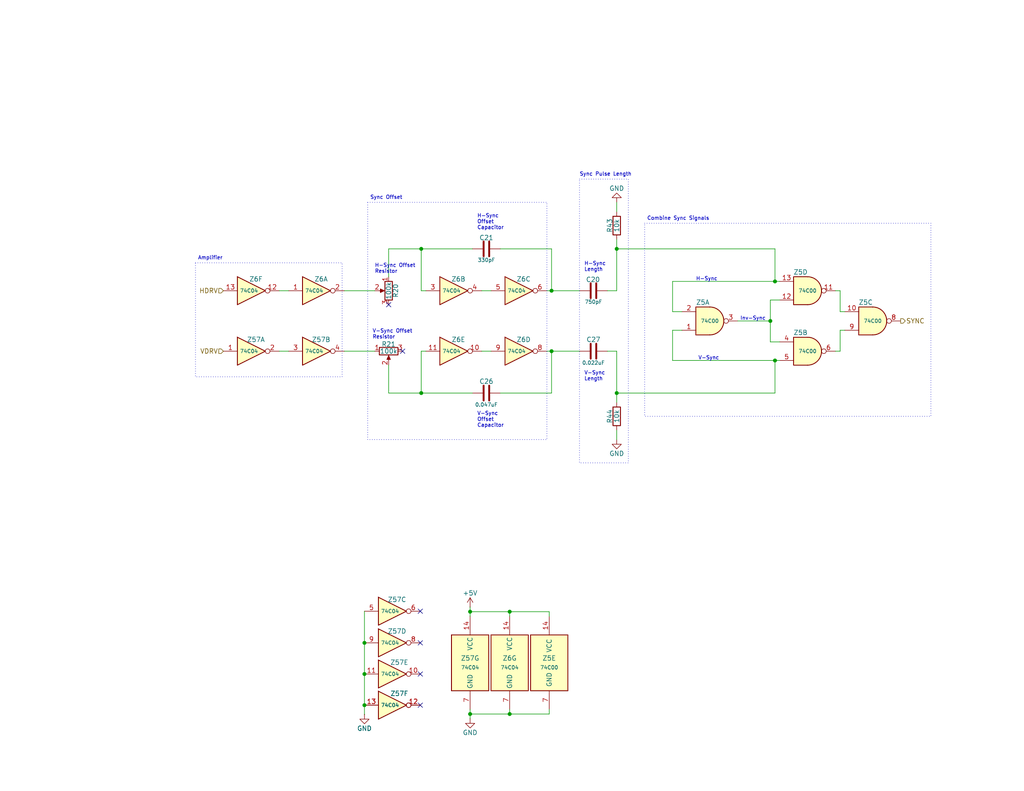
<source format=kicad_sch>
(kicad_sch (version 20231120) (generator "eeschema") (generator_version "8.0")
  (paper "USLetter")
  (title_block (title "TRS-80 Model I Rev A") (date "2024-11-20") (rev "E1A-A") (company "RetroStack - Marcel Erz") (comment 2 "Circuit to combine sync signals and defining front- and back-porches in video signal") (comment 4 "Video Sync"))
  (lib_symbols
    (symbol "74xx:74LS00" (pin_names (offset 1.016))
      (property "Reference" "U" (at 0 1.27 0))
      (property "Value" "74LS00" (at 0 -1.27 0))
      (symbol "74LS00_1_1"
        (arc (start 0 -3.81) (mid 3.7934 0) (end 0 3.81) (stroke (width 0.254)) (fill (type background)))
        (polyline (pts (xy 0 3.81) (xy -3.81 3.81) (xy -3.81 -3.81) (xy 0 -3.81)) (stroke (width 0.254)) (fill (type background)))
        (pin input line (at -7.62 2.54 0) (length 3.81) (name "~") (number "1"))
        (pin input line (at -7.62 -2.54 0) (length 3.81) (name "~") (number "2"))
        (pin output inverted (at 7.62 0 180) (length 3.81) (name "~") (number "3"))
      )
      (symbol "74LS00_1_2"
        (arc (start -3.81 -3.81) (mid -2.589 0) (end -3.81 3.81) (stroke (width 0.254)))
        (arc (start -0.6096 -3.81) (mid 2.1842 -2.5851) (end 3.81 0) (stroke (width 0.254)) (fill (type background)))
        (polyline (pts (xy -3.81 -3.81) (xy -0.635 -3.81)) (stroke (width 0.254)) (fill (type background)))
        (polyline (pts (xy -3.81 3.81) (xy -0.635 3.81)) (stroke (width 0.254)) (fill (type background)))
        (polyline (pts (xy -0.635 3.81) (xy -3.81 3.81) (xy -3.81 3.81) (xy -3.556 3.4036) (xy -3.0226 2.2606) (xy -2.6924 1.0414) (xy -2.6162 -0.254) (xy -2.7686 -1.4986) (xy -3.175 -2.7178) (xy -3.81 -3.81) (xy -3.81 -3.81) (xy -0.635 -3.81)) (stroke (width -25.4)) (fill (type background)))
        (arc (start 3.81 0) (mid 2.1915 2.5936) (end -0.6096 3.81) (stroke (width 0.254)) (fill (type background)))
        (pin input inverted (at -7.62 2.54 0) (length 4.318) (name "~") (number "1"))
        (pin input inverted (at -7.62 -2.54 0) (length 4.318) (name "~") (number "2"))
        (pin output line (at 7.62 0 180) (length 3.81) (name "~") (number "3"))
      )
      (symbol "74LS00_2_1"
        (arc (start 0 -3.81) (mid 3.7934 0) (end 0 3.81) (stroke (width 0.254)) (fill (type background)))
        (polyline (pts (xy 0 3.81) (xy -3.81 3.81) (xy -3.81 -3.81) (xy 0 -3.81)) (stroke (width 0.254)) (fill (type background)))
        (pin input line (at -7.62 2.54 0) (length 3.81) (name "~") (number "4"))
        (pin input line (at -7.62 -2.54 0) (length 3.81) (name "~") (number "5"))
        (pin output inverted (at 7.62 0 180) (length 3.81) (name "~") (number "6"))
      )
      (symbol "74LS00_2_2"
        (arc (start -3.81 -3.81) (mid -2.589 0) (end -3.81 3.81) (stroke (width 0.254)))
        (arc (start -0.6096 -3.81) (mid 2.1842 -2.5851) (end 3.81 0) (stroke (width 0.254)) (fill (type background)))
        (polyline (pts (xy -3.81 -3.81) (xy -0.635 -3.81)) (stroke (width 0.254)) (fill (type background)))
        (polyline (pts (xy -3.81 3.81) (xy -0.635 3.81)) (stroke (width 0.254)) (fill (type background)))
        (polyline (pts (xy -0.635 3.81) (xy -3.81 3.81) (xy -3.81 3.81) (xy -3.556 3.4036) (xy -3.0226 2.2606) (xy -2.6924 1.0414) (xy -2.6162 -0.254) (xy -2.7686 -1.4986) (xy -3.175 -2.7178) (xy -3.81 -3.81) (xy -3.81 -3.81) (xy -0.635 -3.81)) (stroke (width -25.4)) (fill (type background)))
        (arc (start 3.81 0) (mid 2.1915 2.5936) (end -0.6096 3.81) (stroke (width 0.254)) (fill (type background)))
        (pin input inverted (at -7.62 2.54 0) (length 4.318) (name "~") (number "4"))
        (pin input inverted (at -7.62 -2.54 0) (length 4.318) (name "~") (number "5"))
        (pin output line (at 7.62 0 180) (length 3.81) (name "~") (number "6"))
      )
      (symbol "74LS00_3_1"
        (arc (start 0 -3.81) (mid 3.7934 0) (end 0 3.81) (stroke (width 0.254)) (fill (type background)))
        (polyline (pts (xy 0 3.81) (xy -3.81 3.81) (xy -3.81 -3.81) (xy 0 -3.81)) (stroke (width 0.254)) (fill (type background)))
        (pin input line (at -7.62 -2.54 0) (length 3.81) (name "~") (number "10"))
        (pin output inverted (at 7.62 0 180) (length 3.81) (name "~") (number "8"))
        (pin input line (at -7.62 2.54 0) (length 3.81) (name "~") (number "9"))
      )
      (symbol "74LS00_3_2"
        (arc (start -3.81 -3.81) (mid -2.589 0) (end -3.81 3.81) (stroke (width 0.254)))
        (arc (start -0.6096 -3.81) (mid 2.1842 -2.5851) (end 3.81 0) (stroke (width 0.254)) (fill (type background)))
        (polyline (pts (xy -3.81 -3.81) (xy -0.635 -3.81)) (stroke (width 0.254)) (fill (type background)))
        (polyline (pts (xy -3.81 3.81) (xy -0.635 3.81)) (stroke (width 0.254)) (fill (type background)))
        (polyline (pts (xy -0.635 3.81) (xy -3.81 3.81) (xy -3.81 3.81) (xy -3.556 3.4036) (xy -3.0226 2.2606) (xy -2.6924 1.0414) (xy -2.6162 -0.254) (xy -2.7686 -1.4986) (xy -3.175 -2.7178) (xy -3.81 -3.81) (xy -3.81 -3.81) (xy -0.635 -3.81)) (stroke (width -25.4)) (fill (type background)))
        (arc (start 3.81 0) (mid 2.1915 2.5936) (end -0.6096 3.81) (stroke (width 0.254)) (fill (type background)))
        (pin input inverted (at -7.62 -2.54 0) (length 4.318) (name "~") (number "10"))
        (pin output line (at 7.62 0 180) (length 3.81) (name "~") (number "8"))
        (pin input inverted (at -7.62 2.54 0) (length 4.318) (name "~") (number "9"))
      )
      (symbol "74LS00_4_1"
        (arc (start 0 -3.81) (mid 3.7934 0) (end 0 3.81) (stroke (width 0.254)) (fill (type background)))
        (polyline (pts (xy 0 3.81) (xy -3.81 3.81) (xy -3.81 -3.81) (xy 0 -3.81)) (stroke (width 0.254)) (fill (type background)))
        (pin output inverted (at 7.62 0 180) (length 3.81) (name "~") (number "11"))
        (pin input line (at -7.62 2.54 0) (length 3.81) (name "~") (number "12"))
        (pin input line (at -7.62 -2.54 0) (length 3.81) (name "~") (number "13"))
      )
      (symbol "74LS00_4_2"
        (arc (start -3.81 -3.81) (mid -2.589 0) (end -3.81 3.81) (stroke (width 0.254)))
        (arc (start -0.6096 -3.81) (mid 2.1842 -2.5851) (end 3.81 0) (stroke (width 0.254)) (fill (type background)))
        (polyline (pts (xy -3.81 -3.81) (xy -0.635 -3.81)) (stroke (width 0.254)) (fill (type background)))
        (polyline (pts (xy -3.81 3.81) (xy -0.635 3.81)) (stroke (width 0.254)) (fill (type background)))
        (polyline (pts (xy -0.635 3.81) (xy -3.81 3.81) (xy -3.81 3.81) (xy -3.556 3.4036) (xy -3.0226 2.2606) (xy -2.6924 1.0414) (xy -2.6162 -0.254) (xy -2.7686 -1.4986) (xy -3.175 -2.7178) (xy -3.81 -3.81) (xy -3.81 -3.81) (xy -0.635 -3.81)) (stroke (width -25.4)) (fill (type background)))
        (arc (start 3.81 0) (mid 2.1915 2.5936) (end -0.6096 3.81) (stroke (width 0.254)) (fill (type background)))
        (pin output line (at 7.62 0 180) (length 3.81) (name "~") (number "11"))
        (pin input inverted (at -7.62 2.54 0) (length 4.318) (name "~") (number "12"))
        (pin input inverted (at -7.62 -2.54 0) (length 4.318) (name "~") (number "13"))
      )
      (symbol "74LS00_5_0"
        (pin power_in line (at 0 12.7 270) (length 5.08) (name "VCC") (number "14"))
        (pin power_in line (at 0 -12.7 90) (length 5.08) (name "GND") (number "7"))
      )
      (symbol "74LS00_5_1"
        (rectangle (start -5.08 7.62) (end 5.08 -7.62) (stroke (width 0.254)) (fill (type background)))
      )
    )
    (symbol "74xx:74LS04"
      (property "Reference" "U" (at 0 1.27 0))
      (property "Value" "74LS04" (at 0 -1.27 0))
      (symbol "74LS04_1_0"
        (polyline (pts (xy -3.81 3.81) (xy -3.81 -3.81) (xy 3.81 0) (xy -3.81 3.81)) (stroke (width 0.254)) (fill (type background)))
        (pin input line (at -7.62 0 0) (length 3.81) (name "~") (number "1"))
        (pin output inverted (at 7.62 0 180) (length 3.81) (name "~") (number "2"))
      )
      (symbol "74LS04_2_0"
        (polyline (pts (xy -3.81 3.81) (xy -3.81 -3.81) (xy 3.81 0) (xy -3.81 3.81)) (stroke (width 0.254)) (fill (type background)))
        (pin input line (at -7.62 0 0) (length 3.81) (name "~") (number "3"))
        (pin output inverted (at 7.62 0 180) (length 3.81) (name "~") (number "4"))
      )
      (symbol "74LS04_3_0"
        (polyline (pts (xy -3.81 3.81) (xy -3.81 -3.81) (xy 3.81 0) (xy -3.81 3.81)) (stroke (width 0.254)) (fill (type background)))
        (pin input line (at -7.62 0 0) (length 3.81) (name "~") (number "5"))
        (pin output inverted (at 7.62 0 180) (length 3.81) (name "~") (number "6"))
      )
      (symbol "74LS04_4_0"
        (polyline (pts (xy -3.81 3.81) (xy -3.81 -3.81) (xy 3.81 0) (xy -3.81 3.81)) (stroke (width 0.254)) (fill (type background)))
        (pin output inverted (at 7.62 0 180) (length 3.81) (name "~") (number "8"))
        (pin input line (at -7.62 0 0) (length 3.81) (name "~") (number "9"))
      )
      (symbol "74LS04_5_0"
        (polyline (pts (xy -3.81 3.81) (xy -3.81 -3.81) (xy 3.81 0) (xy -3.81 3.81)) (stroke (width 0.254)) (fill (type background)))
        (pin output inverted (at 7.62 0 180) (length 3.81) (name "~") (number "10"))
        (pin input line (at -7.62 0 0) (length 3.81) (name "~") (number "11"))
      )
      (symbol "74LS04_6_0"
        (polyline (pts (xy -3.81 3.81) (xy -3.81 -3.81) (xy 3.81 0) (xy -3.81 3.81)) (stroke (width 0.254)) (fill (type background)))
        (pin output inverted (at 7.62 0 180) (length 3.81) (name "~") (number "12"))
        (pin input line (at -7.62 0 0) (length 3.81) (name "~") (number "13"))
      )
      (symbol "74LS04_7_0"
        (pin power_in line (at 0 12.7 270) (length 5.08) (name "VCC") (number "14"))
        (pin power_in line (at 0 -12.7 90) (length 5.08) (name "GND") (number "7"))
      )
      (symbol "74LS04_7_1"
        (rectangle (start -5.08 7.62) (end 5.08 -7.62) (stroke (width 0.254)) (fill (type background)))
      )
    )
    (symbol "Device:C" (pin_numbers hide) (pin_names (offset 0.254))
      (property "Reference" "C" (at 0.635 2.54 0))
      (property "Value" "C" (at 0.635 -2.54 0))
      (symbol "C_0_1"
        (polyline (pts (xy -2.032 -0.762) (xy 2.032 -0.762)) (stroke (width 0.508)))
        (polyline (pts (xy -2.032 0.762) (xy 2.032 0.762)) (stroke (width 0.508)))
      )
      (symbol "C_1_1"
        (pin passive line (at 0 3.81 270) (length 2.794) (name "~") (number "1"))
        (pin passive line (at 0 -3.81 90) (length 2.794) (name "~") (number "2"))
      )
    )
    (symbol "Device:R" (pin_numbers hide) (pin_names (offset 0))
      (property "Reference" "R" (at 2.032 0 90))
      (property "Value" "R" (at 0 0 90))
      (symbol "R_0_1"
        (rectangle (start -1.016 -2.54) (end 1.016 2.54) (stroke (width 0.254)))
      )
      (symbol "R_1_1"
        (pin passive line (at 0 3.81 270) (length 1.27) (name "~") (number "1"))
        (pin passive line (at 0 -3.81 90) (length 1.27) (name "~") (number "2"))
      )
    )
    (symbol "Device:R_Potentiometer" (pin_names (offset 1.016) hide)
      (property "Reference" "RV" (at -4.445 0 90))
      (property "Value" "R_Potentiometer" (at -2.54 0 90))
      (symbol "R_Potentiometer_0_1"
        (polyline (pts (xy 2.54 0) (xy 1.524 0)))
        (polyline (pts (xy 1.143 0) (xy 2.286 0.508) (xy 2.286 -0.508) (xy 1.143 0)) (fill (type outline)))
        (rectangle (start 1.016 2.54) (end -1.016 -2.54) (stroke (width 0.254)))
      )
      (symbol "R_Potentiometer_1_1"
        (pin passive line (at 0 3.81 270) (length 1.27) (name "1") (number "1"))
        (pin passive line (at 3.81 0 180) (length 1.27) (name "2") (number "2"))
        (pin passive line (at 0 -3.81 90) (length 1.27) (name "3") (number "3"))
      )
    )
    (symbol "power:+5V" (power) (pin_numbers hide) (pin_names (offset 0) hide)
      (property "Value" "+5V" (at 0 3.556 0))
      (symbol "+5V_0_1"
        (polyline (pts (xy -0.762 1.27) (xy 0 2.54)))
        (polyline (pts (xy 0 0) (xy 0 2.54)))
        (polyline (pts (xy 0 2.54) (xy 0.762 1.27)))
      )
      (symbol "+5V_1_1"
        (pin power_in line (at 0 0 90) (length 0) (name "~") (number "1"))
      )
    )
    (symbol "power:GND" (power) (pin_numbers hide) (pin_names (offset 0) hide)
      (property "Value" "GND" (at 0 -3.81 0))
      (symbol "GND_0_1"
        (polyline (pts (xy 0 0) (xy 0 -1.27) (xy 1.27 -1.27) (xy 0 -2.54) (xy -1.27 -1.27) (xy 0 -1.27)))
      )
      (symbol "GND_1_1"
        (pin power_in line (at 0 0 270) (length 0) (name "~") (number "1"))
      )
    )
  )
  (junction (at 114.935 107.315))
  (junction (at 150.495 95.885))
  (junction (at 150.495 79.375))
  (junction (at 139.065 167.005))
  (junction (at 168.275 67.945))
  (junction (at 211.455 76.835))
  (junction (at 99.441 184.023))
  (junction (at 99.441 175.514))
  (junction (at 210.185 87.63))
  (junction (at 211.455 98.425))
  (junction (at 168.275 107.315))
  (junction (at 128.27 194.945))
  (junction (at 139.065 194.945))
  (junction (at 114.935 67.945))
  (junction (at 128.27 167.005))
  (junction (at 99.441 192.532))
  (no_connect (at 114.681 175.514))
  (no_connect (at 109.855 95.885))
  (no_connect (at 114.681 166.878))
  (no_connect (at 106.045 83.185))
  (no_connect (at 114.681 192.532))
  (no_connect (at 114.681 184.023))
  (wire (pts (xy 183.515 90.17) (xy 183.515 98.425)))
  (wire (pts (xy 168.275 109.855) (xy 168.275 107.315)))
  (wire (pts (xy 150.495 67.945) (xy 150.495 79.375)))
  (wire (pts (xy 99.441 192.532) (xy 99.441 195.072)))
  (wire (pts (xy 168.275 65.405) (xy 168.275 67.945)))
  (wire (pts (xy 128.27 167.005) (xy 139.065 167.005)))
  (wire (pts (xy 131.445 95.885) (xy 133.985 95.885)))
  (wire (pts (xy 128.27 165.735) (xy 128.27 167.005)))
  (wire (pts (xy 150.495 79.375) (xy 149.225 79.375)))
  (wire (pts (xy 149.86 168.275) (xy 149.86 167.005)))
  (wire (pts (xy 211.455 67.945) (xy 211.455 76.835)))
  (wire (pts (xy 150.495 79.375) (xy 158.115 79.375)))
  (wire (pts (xy 211.455 107.315) (xy 211.455 98.425)))
  (wire (pts (xy 99.441 166.878) (xy 99.441 175.514)))
  (wire (pts (xy 168.275 55.245) (xy 168.275 57.785)))
  (wire (pts (xy 139.065 194.945) (xy 128.27 194.945)))
  (wire (pts (xy 76.2 95.885) (xy 78.74 95.885)))
  (wire (pts (xy 149.86 193.675) (xy 149.86 194.945)))
  (wire (pts (xy 211.455 98.425) (xy 212.725 98.425)))
  (wire (pts (xy 99.441 175.514) (xy 99.441 184.023)))
  (wire (pts (xy 165.735 79.375) (xy 168.275 79.375)))
  (wire (pts (xy 149.225 95.885) (xy 150.495 95.885)))
  (wire (pts (xy 150.495 107.315) (xy 150.495 95.885)))
  (wire (pts (xy 227.965 79.375) (xy 229.235 79.375)))
  (wire (pts (xy 168.275 120.015) (xy 168.275 117.475)))
  (wire (pts (xy 114.935 107.315) (xy 106.045 107.315)))
  (wire (pts (xy 114.935 67.945) (xy 128.905 67.945)))
  (wire (pts (xy 183.515 76.835) (xy 211.455 76.835)))
  (wire (pts (xy 183.515 98.425) (xy 211.455 98.425)))
  (wire (pts (xy 229.235 85.09) (xy 230.505 85.09)))
  (wire (pts (xy 136.525 67.945) (xy 150.495 67.945)))
  (wire (pts (xy 168.275 79.375) (xy 168.275 67.945)))
  (wire (pts (xy 139.065 193.675) (xy 139.065 194.945)))
  (wire (pts (xy 114.935 67.945) (xy 106.045 67.945)))
  (wire (pts (xy 106.045 107.315) (xy 106.045 99.695)))
  (wire (pts (xy 210.185 81.915) (xy 210.185 87.63)))
  (wire (pts (xy 227.965 95.885) (xy 229.235 95.885)))
  (wire (pts (xy 186.055 85.09) (xy 183.515 85.09)))
  (wire (pts (xy 93.98 95.885) (xy 102.235 95.885)))
  (wire (pts (xy 229.235 90.17) (xy 230.505 90.17)))
  (wire (pts (xy 149.86 167.005) (xy 139.065 167.005)))
  (wire (pts (xy 201.295 87.63) (xy 210.185 87.63)))
  (wire (pts (xy 76.2 79.375) (xy 78.74 79.375)))
  (wire (pts (xy 211.455 76.835) (xy 212.725 76.835)))
  (wire (pts (xy 136.525 107.315) (xy 150.495 107.315)))
  (wire (pts (xy 116.205 79.375) (xy 114.935 79.375)))
  (wire (pts (xy 212.725 81.915) (xy 210.185 81.915)))
  (wire (pts (xy 93.98 79.375) (xy 102.235 79.375)))
  (wire (pts (xy 210.185 93.345) (xy 212.725 93.345)))
  (wire (pts (xy 139.065 168.275) (xy 139.065 167.005)))
  (wire (pts (xy 99.441 184.023) (xy 99.441 192.532)))
  (wire (pts (xy 149.86 194.945) (xy 139.065 194.945)))
  (wire (pts (xy 128.27 168.275) (xy 128.27 167.005)))
  (wire (pts (xy 210.185 87.63) (xy 210.185 93.345)))
  (wire (pts (xy 229.235 79.375) (xy 229.235 85.09)))
  (wire (pts (xy 229.235 95.885) (xy 229.235 90.17)))
  (wire (pts (xy 116.205 95.885) (xy 114.935 95.885)))
  (wire (pts (xy 150.495 95.885) (xy 158.115 95.885)))
  (wire (pts (xy 168.275 67.945) (xy 211.455 67.945)))
  (wire (pts (xy 186.055 90.17) (xy 183.515 90.17)))
  (wire (pts (xy 168.275 107.315) (xy 211.455 107.315)))
  (wire (pts (xy 128.27 193.675) (xy 128.27 194.945)))
  (wire (pts (xy 114.935 107.315) (xy 128.905 107.315)))
  (wire (pts (xy 114.935 79.375) (xy 114.935 67.945)))
  (wire (pts (xy 106.045 67.945) (xy 106.045 75.565)))
  (wire (pts (xy 183.515 85.09) (xy 183.515 76.835)))
  (wire (pts (xy 131.445 79.375) (xy 133.985 79.375)))
  (wire (pts (xy 168.275 95.885) (xy 165.735 95.885)))
  (wire (pts (xy 168.275 107.315) (xy 168.275 95.885)))
  (wire (pts (xy 114.935 95.885) (xy 114.935 107.315)))
  (wire (pts (xy 128.27 194.945) (xy 128.27 196.215)))
  (rectangle (start 158.115 48.895) (end 171.45 126.365) (stroke (width 0) (type dot)))
  (rectangle (start 100.33 55.245) (end 149.225 120.015) (stroke (width 0) (type dot)))
  (rectangle (start 53.34 71.755) (end 93.345 102.87) (stroke (width 0) (type dot)))
  (rectangle (start 175.895 60.96) (end 254 113.665) (stroke (width 0) (type dot)))
  (text "Amplifier" (at 53.975 71.12 0) (effects (font (size 1 1)) (justify left bottom)))
  (text "Sync Offset" (at 100.965 54.61 0) (effects (font (size 1 1)) (justify left bottom)))
  (text "H-Sync" (at 189.865 76.835 0) (effects (font (size 1 1)) (justify left bottom)))
  (text "V-Sync\nOffset\nCapacitor" (at 130.175 116.84 0) (effects (font (size 1 1)) (justify left bottom)))
  (text "V-Sync" (at 190.5 98.425 0) (effects (font (size 1 1)) (justify left bottom)))
  (text "Inv-Sync" (at 201.93 87.63 0) (effects (font (size 1 1)) (justify left bottom)))
  (text "H-Sync\nOffset\nCapacitor" (at 130.175 62.865 0) (effects (font (size 1 1)) (justify left bottom)))
  (text "Sync Pulse Length" (at 158.115 48.26 0) (effects (font (size 1 1)) (justify left bottom)))
  (text "V-Sync\nLength" (at 159.385 104.14 0) (effects (font (size 1 1)) (justify left bottom)))
  (text "V-Sync Offset\nResistor" (at 101.6 92.71 0) (effects (font (size 1 1)) (justify left bottom)))
  (text "H-Sync\nLength" (at 159.385 74.295 0) (effects (font (size 1 1)) (justify left bottom)))
  (text "Combine Sync Signals" (at 176.53 60.325 0) (effects (font (size 1 1)) (justify left bottom)))
  (text "H-Sync Offset\nResistor" (at 102.235 74.803 0) (effects (font (size 1 1)) (justify left bottom)))
  (hierarchical_label "VDRV" (shape input) (at 60.96 95.885 180))
  (hierarchical_label "HDRV" (shape input) (at 60.96 79.375 180))
  (hierarchical_label "SYNC" (shape output) (at 245.745 87.63 0))
  (symbol (lib_id "74xx:74LS04") (at 107.061 175.514 0) (unit 4)
    (property "Reference" "Z57" (at 108.331 172.339 0))
    (property "Value" "74C04" (at 106.426 175.514 0) (effects (font (size 1 1))))
    (property "Footprint" "RetroStackLibrary:TRS80_Model_I_DIP14" (effects (hide yes)))
    (property "Datasheet" "http://www.ti.com/lit/gpn/sn74LS04" (effects (hide yes)))
  )
  (symbol (lib_id "74xx:74LS00") (at 220.345 79.375 0) (mirror x) (unit 4)
    (property "Reference" "Z5" (at 218.44 74.295 0))
    (property "Value" "74C00" (at 220.345 79.375 0) (effects (font (size 1 1))))
    (property "Footprint" "RetroStackLibrary:TRS80_Model_I_DIP14" (effects (hide yes)))
    (property "Datasheet" "http://www.ti.com/lit/gpn/sn74ls00" (effects (hide yes)))
  )
  (symbol (lib_id "74xx:74LS04") (at 141.605 79.375 0) (unit 3)
    (property "Reference" "Z6" (at 142.875 76.2 0))
    (property "Value" "74C04" (at 140.97 79.375 0) (effects (font (size 1 1))))
    (property "Footprint" "RetroStackLibrary:TRS80_Model_I_DIP14" (effects (hide yes)))
    (property "Datasheet" "http://www.ti.com/lit/gpn/sn74LS04" (effects (hide yes)))
  )
  (symbol (lib_id "Device:R_Potentiometer") (at 106.045 95.885 90) (mirror x) (unit 1)
    (property "Reference" "R21" (at 106.045 93.98 90))
    (property "Value" "100k" (at 106.045 95.885 90))
    (property "Footprint" "RetroStackLibrary:TRS80_Model_I_R_Pot" (effects (hide yes)))
  )
  (symbol (lib_id "74xx:74LS00") (at 193.675 87.63 0) (mirror x) (unit 1)
    (property "Reference" "Z5" (at 191.77 82.55 0))
    (property "Value" "74C00" (at 193.675 87.63 0) (effects (font (size 1 1))))
    (property "Footprint" "RetroStackLibrary:TRS80_Model_I_DIP14" (effects (hide yes)))
    (property "Datasheet" "http://www.ti.com/lit/gpn/sn74ls00" (effects (hide yes)))
  )
  (symbol (lib_id "74xx:74LS04") (at 86.36 79.375 0) (unit 1)
    (property "Reference" "Z6" (at 87.63 76.2 0))
    (property "Value" "74C04" (at 85.725 79.375 0) (effects (font (size 1 1))))
    (property "Footprint" "RetroStackLibrary:TRS80_Model_I_DIP14" (effects (hide yes)))
    (property "Datasheet" "http://www.ti.com/lit/gpn/sn74LS04" (effects (hide yes)))
  )
  (symbol (lib_id "Device:R_Potentiometer") (at 106.045 79.375 0) (mirror y) (unit 1)
    (property "Reference" "R20" (at 107.95 79.375 90))
    (property "Value" "100k" (at 106.045 79.375 90))
    (property "Footprint" "RetroStackLibrary:TRS80_Model_I_R_Pot" (effects (hide yes)))
  )
  (symbol (lib_id "74xx:74LS04") (at 107.061 192.532 0) (unit 6)
    (property "Reference" "Z57" (at 108.966 189.357 0))
    (property "Value" "74C04" (at 106.426 192.532 0) (effects (font (size 1 1))))
    (property "Footprint" "RetroStackLibrary:TRS80_Model_I_DIP14" (effects (hide yes)))
    (property "Datasheet" "http://www.ti.com/lit/gpn/sn74LS04" (effects (hide yes)))
  )
  (symbol (lib_id "Device:R") (at 168.275 61.595 180) (unit 1)
    (property "Reference" "R43" (at 166.37 61.595 90))
    (property "Value" "10k" (at 168.275 61.595 90))
    (property "Footprint" "RetroStackLibrary:TRS80_Model_I_R_0.25W" (effects (hide yes)))
  )
  (symbol (lib_id "Device:C") (at 161.925 95.885 90) (unit 1)
    (property "Reference" "C27" (at 161.925 92.71 90))
    (property "Value" "0.022uF" (at 161.925 99.06 90) (effects (font (size 1 1))))
    (property "Footprint" "RetroStackLibrary:TRS80_Model_I_C_Box_7.5L_5W_4.5P_Small" (effects (hide yes)))
  )
  (symbol (lib_id "Device:R") (at 168.275 113.665 180) (unit 1)
    (property "Reference" "R44" (at 166.37 113.665 90))
    (property "Value" "10k" (at 168.275 113.665 90))
    (property "Footprint" "RetroStackLibrary:TRS80_Model_I_R_0.25W" (effects (hide yes)))
  )
  (symbol (lib_id "74xx:74LS04") (at 107.061 184.023 0) (unit 5)
    (property "Reference" "Z57" (at 108.966 180.848 0))
    (property "Value" "74C04" (at 106.426 184.023 0) (effects (font (size 1 1))))
    (property "Footprint" "RetroStackLibrary:TRS80_Model_I_DIP14" (effects (hide yes)))
    (property "Datasheet" "http://www.ti.com/lit/gpn/sn74LS04" (effects (hide yes)))
  )
  (symbol (lib_id "power:GND") (at 128.27 196.215 0) (unit 1)
    (property "Reference" "#PWR0138" (effects (hide yes)))
    (property "Value" "GND" (at 128.27 200.025 0))
    (property "Description" "Power symbol creates a global label with name \"GND\" , ground" (effects (hide yes)))
  )
  (symbol (lib_id "74xx:74LS04") (at 68.58 95.885 0) (unit 1)
    (property "Reference" "Z57" (at 69.85 92.71 0))
    (property "Value" "74C04" (at 67.945 95.885 0) (effects (font (size 1 1))))
    (property "Footprint" "RetroStackLibrary:TRS80_Model_I_DIP14" (effects (hide yes)))
    (property "Datasheet" "http://www.ti.com/lit/gpn/sn74LS04" (effects (hide yes)))
  )
  (symbol (lib_id "Device:C") (at 132.715 107.315 90) (unit 1)
    (property "Reference" "C26" (at 132.715 104.14 90))
    (property "Value" "0.047uF" (at 132.715 110.49 90) (effects (font (size 1 1))))
    (property "Footprint" "RetroStackLibrary:TRS80_Model_I_C_Box_11L_5W_6P_Large" (effects (hide yes)))
  )
  (symbol (lib_id "power:GND") (at 168.275 120.015 0) (unit 1)
    (property "Reference" "#PWR04" (effects (hide yes)))
    (property "Value" "GND" (at 168.275 123.825 0))
    (property "Description" "Power symbol creates a global label with name \"GND\" , ground" (effects (hide yes)))
    (instances (project "Replica" (path "" (reference "#PWR04") (unit 1))) (project "TRS80_Model_I_G_E1" (path "" (reference "#PWR0140") (unit 1))))
  )
  (symbol (lib_id "74xx:74LS04") (at 141.605 95.885 0) (unit 4)
    (property "Reference" "Z6" (at 142.875 92.71 0))
    (property "Value" "74C04" (at 140.97 95.885 0) (effects (font (size 1 1))))
    (property "Footprint" "RetroStackLibrary:TRS80_Model_I_DIP14" (effects (hide yes)))
    (property "Datasheet" "http://www.ti.com/lit/gpn/sn74LS04" (effects (hide yes)))
  )
  (symbol (lib_id "74xx:74LS04") (at 68.58 79.375 0) (unit 6)
    (property "Reference" "Z6" (at 69.85 76.2 0))
    (property "Value" "74C04" (at 67.945 79.375 0) (effects (font (size 1 1))))
    (property "Footprint" "RetroStackLibrary:TRS80_Model_I_DIP14" (effects (hide yes)))
    (property "Datasheet" "http://www.ti.com/lit/gpn/sn74LS04" (effects (hide yes)))
  )
  (symbol (lib_id "74xx:74LS04") (at 139.065 180.975 0) (unit 7)
    (property "Reference" "Z6" (at 139.065 179.705 0))
    (property "Value" "74C04" (at 139.065 182.245 0) (effects (font (size 1 1))))
    (property "Footprint" "RetroStackLibrary:TRS80_Model_I_DIP14" (effects (hide yes)))
    (property "Datasheet" "http://www.ti.com/lit/gpn/sn74LS04" (effects (hide yes)))
  )
  (symbol (lib_id "Device:C") (at 132.715 67.945 270) (unit 1)
    (property "Reference" "C21" (at 132.715 64.897 90))
    (property "Value" "330pF" (at 132.715 70.993 90) (effects (font (size 1 1))))
    (property "Footprint" "RetroStackLibrary:TRS80_Model_I_C_Disc_9.5L_4W_6P_Small" (effects (hide yes)))
  )
  (symbol (lib_id "74xx:74LS04") (at 107.061 166.878 0) (unit 3)
    (property "Reference" "Z57" (at 108.331 163.703 0))
    (property "Value" "74C04" (at 106.426 166.878 0) (effects (font (size 1 1))))
    (property "Footprint" "RetroStackLibrary:TRS80_Model_I_DIP14" (effects (hide yes)))
    (property "Datasheet" "http://www.ti.com/lit/gpn/sn74LS04" (effects (hide yes)))
  )
  (symbol (lib_id "74xx:74LS00") (at 220.345 95.885 0) (unit 2)
    (property "Reference" "Z5" (at 218.44 90.805 0))
    (property "Value" "74C00" (at 220.345 95.885 0) (effects (font (size 1 1))))
    (property "Footprint" "RetroStackLibrary:TRS80_Model_I_DIP14" (effects (hide yes)))
    (property "Datasheet" "http://www.ti.com/lit/gpn/sn74ls00" (effects (hide yes)))
  )
  (symbol (lib_id "74xx:74LS04") (at 123.825 95.885 0) (unit 5)
    (property "Reference" "Z6" (at 125.095 92.71 0))
    (property "Value" "74C04" (at 123.19 95.885 0) (effects (font (size 1 1))))
    (property "Footprint" "RetroStackLibrary:TRS80_Model_I_DIP14" (effects (hide yes)))
    (property "Datasheet" "http://www.ti.com/lit/gpn/sn74LS04" (effects (hide yes)))
  )
  (symbol (lib_id "74xx:74LS00") (at 149.86 180.975 0) (unit 5)
    (property "Reference" "Z5" (at 149.86 179.705 0))
    (property "Value" "74C00" (at 149.86 182.245 0) (effects (font (size 1 1))))
    (property "Footprint" "RetroStackLibrary:TRS80_Model_I_DIP14" (effects (hide yes)))
    (property "Datasheet" "http://www.ti.com/lit/gpn/sn74ls00" (effects (hide yes)))
  )
  (symbol (lib_id "74xx:74LS04") (at 123.825 79.375 0) (unit 2)
    (property "Reference" "Z6" (at 125.095 76.2 0))
    (property "Value" "74C04" (at 123.19 79.375 0) (effects (font (size 1 1))))
    (property "Footprint" "RetroStackLibrary:TRS80_Model_I_DIP14" (effects (hide yes)))
    (property "Datasheet" "http://www.ti.com/lit/gpn/sn74LS04" (effects (hide yes)))
  )
  (symbol (lib_id "74xx:74LS00") (at 238.125 87.63 0) (mirror x) (unit 3)
    (property "Reference" "Z5" (at 236.22 82.55 0))
    (property "Value" "74C00" (at 238.125 87.63 0) (effects (font (size 1 1))))
    (property "Footprint" "RetroStackLibrary:TRS80_Model_I_DIP14" (effects (hide yes)))
    (property "Datasheet" "http://www.ti.com/lit/gpn/sn74ls00" (effects (hide yes)))
  )
  (symbol (lib_id "power:+5V") (at 128.27 165.735 0) (unit 1)
    (property "Reference" "#PWR0137" (effects (hide yes)))
    (property "Value" "+5V" (at 128.27 161.925 0))
    (property "Description" "Power symbol creates a global label with name \"+5V\"" (effects (hide yes)))
  )
  (symbol (lib_id "Device:C") (at 161.925 79.375 270) (unit 1)
    (property "Reference" "C20" (at 161.798 76.327 90))
    (property "Value" "750pF" (at 161.925 82.423 90) (effects (font (size 1 1))))
    (property "Footprint" "RetroStackLibrary:TRS80_Model_I_C_Disc_9.5L_4W_6P_Small" (effects (hide yes)))
  )
  (symbol (lib_id "power:GND") (at 168.275 55.245 180) (unit 1)
    (property "Reference" "#PWR03" (effects (hide yes)))
    (property "Value" "GND" (at 168.275 51.435 0))
    (property "Description" "Power symbol creates a global label with name \"GND\" , ground" (effects (hide yes)))
    (instances (project "Replica" (path "" (reference "#PWR03") (unit 1))) (project "TRS80_Model_I_G_E1" (path "" (reference "#PWR0139") (unit 1))))
  )
  (symbol (lib_id "power:GND") (at 99.441 195.072 0) (unit 1)
    (property "Reference" "#PWR034" (effects (hide yes)))
    (property "Value" "GND" (at 99.441 198.882 0))
    (property "Description" "Power symbol creates a global label with name \"GND\" , ground" (effects (hide yes)))
  )
  (symbol (lib_id "74xx:74LS04") (at 86.36 95.885 0) (unit 2)
    (property "Reference" "Z57" (at 87.63 92.71 0))
    (property "Value" "74C04" (at 85.725 95.885 0) (effects (font (size 1 1))))
    (property "Footprint" "RetroStackLibrary:TRS80_Model_I_DIP14" (effects (hide yes)))
    (property "Datasheet" "http://www.ti.com/lit/gpn/sn74LS04" (effects (hide yes)))
  )
  (symbol (lib_id "74xx:74LS04") (at 128.27 180.975 0) (unit 7)
    (property "Reference" "Z57" (at 128.27 179.705 0))
    (property "Value" "74C04" (at 128.27 182.245 0) (effects (font (size 1 1))))
    (property "Footprint" "RetroStackLibrary:TRS80_Model_I_DIP14" (effects (hide yes)))
    (property "Datasheet" "http://www.ti.com/lit/gpn/sn74LS04" (effects (hide yes)))
  )
)
</source>
